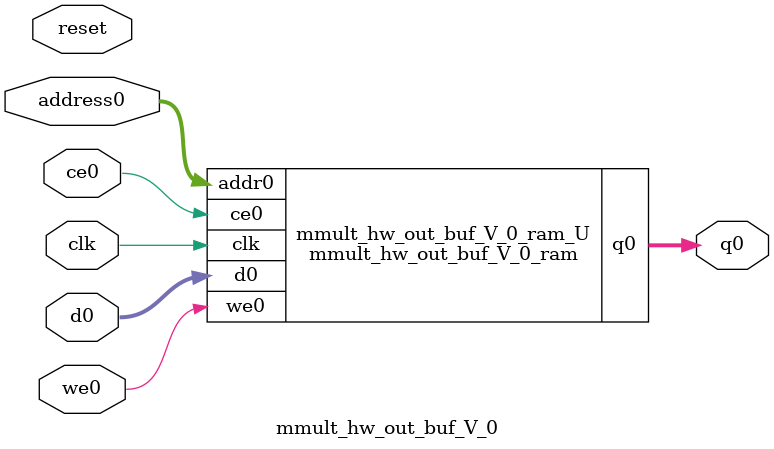
<source format=v>
`timescale 1 ns / 1 ps
module mmult_hw_out_buf_V_0_ram (addr0, ce0, d0, we0, q0,  clk);

parameter DWIDTH = 16;
parameter AWIDTH = 7;
parameter MEM_SIZE = 128;

input[AWIDTH-1:0] addr0;
input ce0;
input[DWIDTH-1:0] d0;
input we0;
output reg[DWIDTH-1:0] q0;
input clk;

reg [DWIDTH-1:0] ram[0:MEM_SIZE-1];




always @(posedge clk)  
begin 
    if (ce0) begin
        if (we0) 
            ram[addr0] <= d0; 
        q0 <= ram[addr0];
    end
end


endmodule

`timescale 1 ns / 1 ps
module mmult_hw_out_buf_V_0(
    reset,
    clk,
    address0,
    ce0,
    we0,
    d0,
    q0);

parameter DataWidth = 32'd16;
parameter AddressRange = 32'd128;
parameter AddressWidth = 32'd7;
input reset;
input clk;
input[AddressWidth - 1:0] address0;
input ce0;
input we0;
input[DataWidth - 1:0] d0;
output[DataWidth - 1:0] q0;



mmult_hw_out_buf_V_0_ram mmult_hw_out_buf_V_0_ram_U(
    .clk( clk ),
    .addr0( address0 ),
    .ce0( ce0 ),
    .we0( we0 ),
    .d0( d0 ),
    .q0( q0 ));

endmodule


</source>
